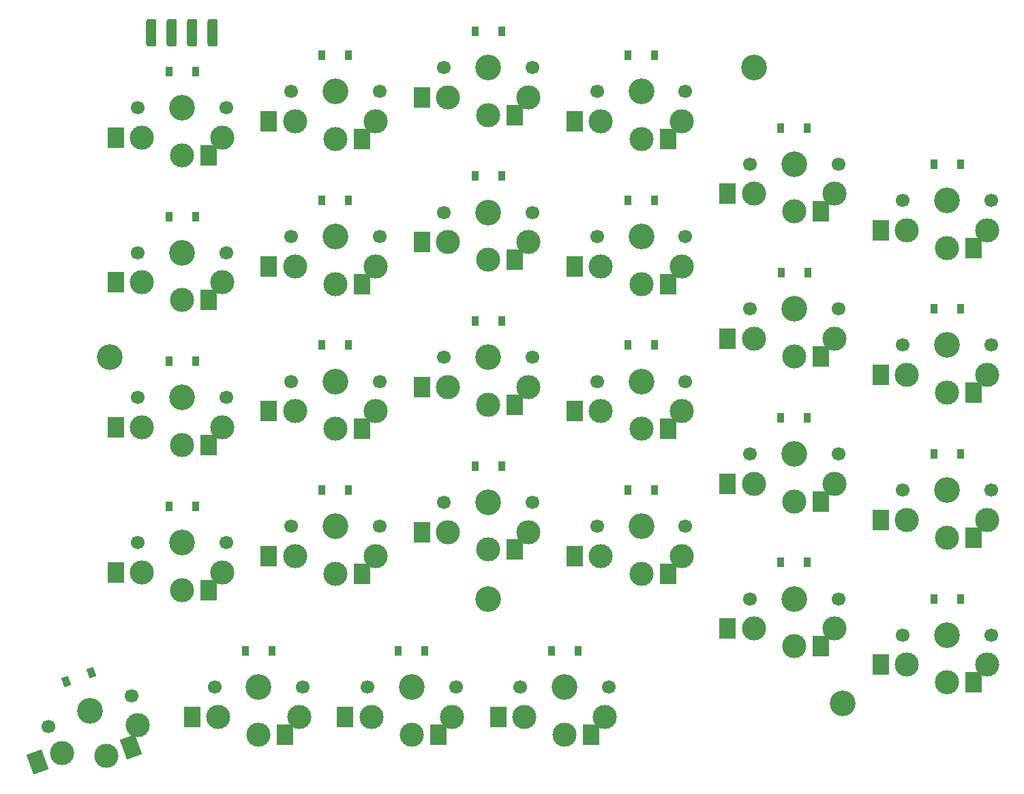
<source format=gbs>
%TF.GenerationSoftware,KiCad,Pcbnew,(6.0.11-0)*%
%TF.CreationDate,2023-02-07T09:45:11+08:00*%
%TF.ProjectId,V4,56342e6b-6963-4616-945f-706362585858,rev?*%
%TF.SameCoordinates,PX7f2c270PY60e4b00*%
%TF.FileFunction,Soldermask,Bot*%
%TF.FilePolarity,Negative*%
%FSLAX46Y46*%
G04 Gerber Fmt 4.6, Leading zero omitted, Abs format (unit mm)*
G04 Created by KiCad (PCBNEW (6.0.11-0)) date 2023-02-07 09:45:11*
%MOMM*%
%LPD*%
G01*
G04 APERTURE LIST*
G04 Aperture macros list*
%AMRoundRect*
0 Rectangle with rounded corners*
0 $1 Rounding radius*
0 $2 $3 $4 $5 $6 $7 $8 $9 X,Y pos of 4 corners*
0 Add a 4 corners polygon primitive as box body*
4,1,4,$2,$3,$4,$5,$6,$7,$8,$9,$2,$3,0*
0 Add four circle primitives for the rounded corners*
1,1,$1+$1,$2,$3*
1,1,$1+$1,$4,$5*
1,1,$1+$1,$6,$7*
1,1,$1+$1,$8,$9*
0 Add four rect primitives between the rounded corners*
20,1,$1+$1,$2,$3,$4,$5,0*
20,1,$1+$1,$4,$5,$6,$7,0*
20,1,$1+$1,$6,$7,$8,$9,0*
20,1,$1+$1,$8,$9,$2,$3,0*%
%AMRotRect*
0 Rectangle, with rotation*
0 The origin of the aperture is its center*
0 $1 length*
0 $2 width*
0 $3 Rotation angle, in degrees counterclockwise*
0 Add horizontal line*
21,1,$1,$2,0,0,$3*%
G04 Aperture macros list end*
%ADD10C,3.000000*%
%ADD11C,3.200000*%
%ADD12RoundRect,0.317500X0.317500X1.397000X-0.317500X1.397000X-0.317500X-1.397000X0.317500X-1.397000X0*%
%ADD13C,1.700000*%
%ADD14R,2.000000X2.600000*%
%ADD15R,0.900000X1.200000*%
%ADD16RotRect,2.000000X2.600000X20.000000*%
%ADD17RotRect,0.900000X1.200000X200.000000*%
G04 APERTURE END LIST*
D10*
%TO.C,SW17*%
X24000000Y16300000D03*
%TD*%
D11*
%TO.C,H1*%
X38000000Y-25000000D03*
%TD*%
D10*
%TO.C,SW29*%
X24000000Y-1700000D03*
%TD*%
%TO.C,SW51*%
X52500000Y-39700000D03*
%TD*%
%TO.C,SW15*%
X62000000Y16300000D03*
%TD*%
%TO.C,SW3*%
X62000000Y34300000D03*
%TD*%
%TO.C,SW4*%
X43000000Y37299997D03*
%TD*%
%TO.C,SW26*%
X81000000Y-10700000D03*
%TD*%
%TO.C,SW38*%
X81000000Y-28700000D03*
%TD*%
%TO.C,SW27*%
X62000000Y-1700000D03*
%TD*%
%TO.C,SW52*%
X33500000Y-39700000D03*
%TD*%
%TO.C,SW13*%
X100000000Y2800000D03*
%TD*%
%TO.C,SW5*%
X24000000Y34300002D03*
%TD*%
%TO.C,SW28*%
X43000000Y1300000D03*
%TD*%
%TO.C,SW1*%
X100000000Y20800000D03*
%TD*%
D11*
%TO.C,H2*%
X82000000Y-38000000D03*
%TD*%
D10*
%TO.C,SW42*%
X5000000Y-21700000D03*
%TD*%
%TO.C,SW14*%
X81000000Y7300000D03*
%TD*%
D11*
%TO.C,H3*%
X71000000Y41000000D03*
%TD*%
D10*
%TO.C,SW30*%
X5000000Y-3700000D03*
%TD*%
D12*
%TO.C,J1*%
X-3810000Y45339000D03*
X-1270000Y45339000D03*
X1270000Y45339000D03*
X3810000Y45339000D03*
%TD*%
D10*
%TO.C,SW53*%
X14499996Y-39700000D03*
%TD*%
D11*
%TO.C,H4*%
X-9000000Y5000000D03*
%TD*%
D10*
%TO.C,SW18*%
X5000000Y14300000D03*
%TD*%
%TO.C,SW40*%
X43000000Y-16700000D03*
%TD*%
%TO.C,SW41*%
X24000000Y-19700000D03*
%TD*%
%TO.C,SW39*%
X62000000Y-19700000D03*
%TD*%
%TO.C,SW6*%
X5000000Y32300000D03*
%TD*%
%TO.C,SW2*%
X81000000Y25300000D03*
%TD*%
%TO.C,SW25*%
X100000000Y-15200000D03*
%TD*%
%TO.C,SW16*%
X43000000Y19300000D03*
%TD*%
%TO.C,SW54*%
X-5506062Y-40730762D03*
%TD*%
%TO.C,SW37*%
X100000000Y-33200000D03*
%TD*%
%TO.C,SW20*%
X14000000Y16300000D03*
D13*
X24500000Y20000000D03*
D10*
X19000000Y14100000D03*
D13*
X13500000Y20000000D03*
D11*
X19000000Y20000000D03*
D14*
X10745000Y16300000D03*
X22302000Y14100000D03*
%TD*%
D15*
%TO.C,D11*%
X77650000Y33500000D03*
X74350000Y33500000D03*
%TD*%
%TO.C,D47*%
X77650000Y-20500000D03*
X74350000Y-20500000D03*
%TD*%
D10*
%TO.C,SW8*%
X19000000Y32100002D03*
D13*
X13500000Y38000002D03*
X24500000Y38000002D03*
D11*
X19000000Y38000002D03*
D10*
X14000000Y34300002D03*
D14*
X10745000Y34300002D03*
X22302000Y32100002D03*
%TD*%
D15*
%TO.C,D32*%
X20650000Y6525000D03*
X17350000Y6525000D03*
%TD*%
D10*
%TO.C,SW11*%
X76000000Y23100000D03*
D11*
X76000000Y29000000D03*
D13*
X81500000Y29000000D03*
D10*
X71000000Y25300000D03*
D13*
X70500000Y29000000D03*
D14*
X67745000Y25300000D03*
X79302000Y23100000D03*
%TD*%
D10*
%TO.C,SW12*%
X95000000Y18600000D03*
D11*
X95000000Y24500000D03*
D13*
X89500000Y24500000D03*
X100500000Y24500000D03*
D10*
X90000000Y20800000D03*
D14*
X86745000Y20800000D03*
X98302000Y18600000D03*
%TD*%
D13*
%TO.C,SW7*%
X-5500000Y36000000D03*
D10*
X0Y30100000D03*
D13*
X5500000Y36000000D03*
D11*
X0Y36000000D03*
D10*
X-5000000Y32300000D03*
D14*
X-8255000Y32300000D03*
X3302000Y30100000D03*
%TD*%
D10*
%TO.C,SW22*%
X57000000Y14100000D03*
D13*
X62500000Y20000000D03*
D10*
X52000000Y16300000D03*
D11*
X57000000Y20000000D03*
D13*
X51500000Y20000000D03*
D14*
X48745000Y16300000D03*
X60302000Y14100000D03*
%TD*%
D15*
%TO.C,D21*%
X36350000Y27500000D03*
X39650000Y27500000D03*
%TD*%
D11*
%TO.C,SW58*%
X47500000Y-36000000D03*
D13*
X53000000Y-36000000D03*
X42000000Y-36000000D03*
D10*
X47500000Y-41900000D03*
X42500000Y-39700000D03*
D14*
X39245000Y-39700000D03*
X50802000Y-41900000D03*
%TD*%
D15*
%TO.C,D56*%
X11150000Y-31500000D03*
X7850000Y-31500000D03*
%TD*%
%TO.C,D57*%
X30149984Y-31500000D03*
X26849984Y-31500000D03*
%TD*%
D13*
%TO.C,SW44*%
X24500000Y-16000000D03*
X13500000Y-16000000D03*
D11*
X19000000Y-16000000D03*
D10*
X14000000Y-19700000D03*
X19000000Y-21900000D03*
D14*
X10745000Y-19700000D03*
X22302000Y-21900000D03*
%TD*%
D10*
%TO.C,SW36*%
X95000000Y-17400000D03*
X90000000Y-15200000D03*
D13*
X89500000Y-11500000D03*
X100500000Y-11500000D03*
D11*
X95000000Y-11500000D03*
D14*
X86745000Y-15200000D03*
X98302000Y-17400000D03*
%TD*%
D15*
%TO.C,D23*%
X77700000Y15500000D03*
X74400000Y15500000D03*
%TD*%
D13*
%TO.C,SW34*%
X51500000Y2000000D03*
D10*
X57000000Y-3900000D03*
D11*
X57000000Y2000000D03*
D10*
X52000000Y-1700000D03*
D13*
X62500000Y2000000D03*
D14*
X48745000Y-1700000D03*
X60302000Y-3900000D03*
%TD*%
D15*
%TO.C,D31*%
X1649998Y4499997D03*
X-1650002Y4499997D03*
%TD*%
D13*
%TO.C,SW55*%
X-6301691Y-37082889D03*
D10*
X-9452081Y-44508186D03*
D11*
X-11470000Y-38964000D03*
D10*
X-14902989Y-44150963D03*
D13*
X-16638309Y-40845111D03*
D16*
X-17961688Y-45264239D03*
X-6349216Y-43378836D03*
%TD*%
D15*
%TO.C,D46*%
X58650000Y-11500000D03*
X55350000Y-11500000D03*
%TD*%
%TO.C,D8*%
X20650000Y42500000D03*
X17350000Y42500000D03*
%TD*%
D10*
%TO.C,SW9*%
X38000000Y35099997D03*
D13*
X43500000Y40999997D03*
D11*
X38000000Y40999997D03*
D10*
X33000000Y37299997D03*
D13*
X32500000Y40999997D03*
D14*
X29745000Y37299997D03*
X41302000Y35099997D03*
%TD*%
D13*
%TO.C,SW21*%
X32500000Y23000000D03*
D10*
X33000000Y19300000D03*
D11*
X38000000Y23000000D03*
D10*
X38000000Y17100000D03*
D13*
X43500000Y23000000D03*
D14*
X29745000Y19300000D03*
X41302000Y17100000D03*
%TD*%
D13*
%TO.C,SW19*%
X-5500000Y18000000D03*
D10*
X-5000000Y14300000D03*
X0Y12100000D03*
D13*
X5500000Y18000000D03*
D11*
X0Y18000000D03*
D14*
X-8255000Y14300000D03*
X3302000Y12100000D03*
%TD*%
D15*
%TO.C,D44*%
X20650000Y-11500000D03*
X17350000Y-11500000D03*
%TD*%
%TO.C,D24*%
X96650000Y11000000D03*
X93350000Y11000000D03*
%TD*%
D13*
%TO.C,SW45*%
X32500000Y-13000000D03*
X43500000Y-13000000D03*
D10*
X33000000Y-16700000D03*
X38000000Y-18900000D03*
D11*
X38000000Y-13000000D03*
D14*
X29745000Y-16700000D03*
X41302000Y-18900000D03*
%TD*%
D15*
%TO.C,D35*%
X77650000Y-2500000D03*
X74350000Y-2500000D03*
%TD*%
%TO.C,D43*%
X1649998Y-13500003D03*
X-1650002Y-13500003D03*
%TD*%
%TO.C,D9*%
X36350000Y45500000D03*
X39650000Y45500000D03*
%TD*%
D11*
%TO.C,SW33*%
X38000000Y5000000D03*
D13*
X32500000Y5000000D03*
D10*
X38000000Y-900000D03*
X33000000Y1300000D03*
D13*
X43500000Y5000000D03*
D14*
X29745000Y1300000D03*
X41302000Y-900000D03*
%TD*%
D10*
%TO.C,SW24*%
X95000000Y600000D03*
D13*
X100500000Y6500000D03*
X89500000Y6500000D03*
D11*
X95000000Y6500000D03*
D10*
X90000000Y2800000D03*
D14*
X86745000Y2800000D03*
X98302000Y600000D03*
%TD*%
D11*
%TO.C,SW47*%
X76000000Y-25000000D03*
D10*
X71000000Y-28700000D03*
D13*
X81500000Y-25000000D03*
X70500000Y-25000000D03*
D10*
X76000000Y-30900000D03*
D14*
X67745000Y-28700000D03*
X79302000Y-30900000D03*
%TD*%
D15*
%TO.C,D7*%
X1650000Y40500000D03*
X-1650000Y40500000D03*
%TD*%
%TO.C,D19*%
X1650000Y22500000D03*
X-1650000Y22500000D03*
%TD*%
D13*
%TO.C,SW32*%
X13500000Y2000000D03*
D11*
X19000000Y2000000D03*
D13*
X24500000Y2000000D03*
D10*
X19000000Y-3900000D03*
X14000000Y-1700000D03*
D14*
X10745000Y-1700000D03*
X22302000Y-3900000D03*
%TD*%
D13*
%TO.C,SW10*%
X51500000Y38000000D03*
D11*
X57000000Y38000000D03*
D10*
X52000000Y34300000D03*
D13*
X62500000Y38000000D03*
D10*
X57000000Y32100000D03*
D14*
X48745000Y34300000D03*
X60302000Y32100000D03*
%TD*%
D13*
%TO.C,SW35*%
X81500000Y-7000000D03*
X70500000Y-7000000D03*
D10*
X76000000Y-12900000D03*
X71000000Y-10700000D03*
D11*
X76000000Y-7000000D03*
D14*
X67745000Y-10700000D03*
X79302000Y-12900000D03*
%TD*%
D13*
%TO.C,SW43*%
X-5500000Y-18000000D03*
X5500000Y-18000000D03*
D11*
X0Y-18000000D03*
D10*
X-5000000Y-21700000D03*
X0Y-23900000D03*
D14*
X-8255000Y-21700000D03*
X3302000Y-23900000D03*
%TD*%
D13*
%TO.C,SW31*%
X5500000Y0D03*
D10*
X0Y-5900000D03*
D11*
X0Y0D03*
D13*
X-5500000Y0D03*
D10*
X-5000000Y-3700000D03*
D14*
X-8255000Y-3700000D03*
X3302000Y-5900000D03*
%TD*%
D15*
%TO.C,D12*%
X96650000Y29000000D03*
X93350000Y29000000D03*
%TD*%
%TO.C,D20*%
X20650000Y24500000D03*
X17350000Y24500000D03*
%TD*%
%TO.C,D33*%
X39650000Y9500000D03*
X36350000Y9500000D03*
%TD*%
%TO.C,D10*%
X58650000Y42500000D03*
X55350000Y42500000D03*
%TD*%
%TO.C,D22*%
X58650000Y24500000D03*
X55350000Y24500000D03*
%TD*%
%TO.C,D45*%
X39650000Y-8500000D03*
X36350000Y-8500000D03*
%TD*%
D13*
%TO.C,SW23*%
X70500000Y11000000D03*
D10*
X71000000Y7300000D03*
D11*
X76000000Y11000000D03*
D13*
X81500000Y11000000D03*
D10*
X76000000Y5100000D03*
D14*
X67745000Y7300000D03*
X79302000Y5100000D03*
%TD*%
D11*
%TO.C,SW48*%
X95000000Y-29500000D03*
D10*
X95000000Y-35400000D03*
D13*
X89500000Y-29500000D03*
X100500000Y-29500000D03*
D10*
X90000000Y-33200000D03*
D14*
X86745000Y-33200000D03*
X98302000Y-35400000D03*
%TD*%
D10*
%TO.C,SW46*%
X52000000Y-19700000D03*
D11*
X57000000Y-16000000D03*
D13*
X62500000Y-16000000D03*
D10*
X57000000Y-21900000D03*
D13*
X51500000Y-16000000D03*
D14*
X48745000Y-19700000D03*
X60302000Y-21900000D03*
%TD*%
D15*
%TO.C,D58*%
X49150000Y-31500000D03*
X45850000Y-31500000D03*
%TD*%
%TO.C,D34*%
X58650000Y6500000D03*
X55350000Y6500000D03*
%TD*%
D11*
%TO.C,SW56*%
X9499996Y-36000000D03*
D13*
X3999996Y-36000000D03*
D10*
X4499996Y-39700000D03*
X9499996Y-41900000D03*
D13*
X14999996Y-36000000D03*
D14*
X1244996Y-39700000D03*
X12801996Y-41900000D03*
%TD*%
D17*
%TO.C,D55*%
X-11325842Y-34179306D03*
X-14426828Y-35307972D03*
%TD*%
D13*
%TO.C,SW57*%
X23000000Y-36000000D03*
X34000000Y-36000000D03*
D10*
X28500000Y-41900000D03*
X23500000Y-39700000D03*
D11*
X28500000Y-36000000D03*
D14*
X20245000Y-39700000D03*
X31802000Y-41900000D03*
%TD*%
D15*
%TO.C,D36*%
X96650000Y-7000000D03*
X93350000Y-7000000D03*
%TD*%
%TO.C,D48*%
X96650000Y-25000000D03*
X93350000Y-25000000D03*
%TD*%
M02*

</source>
